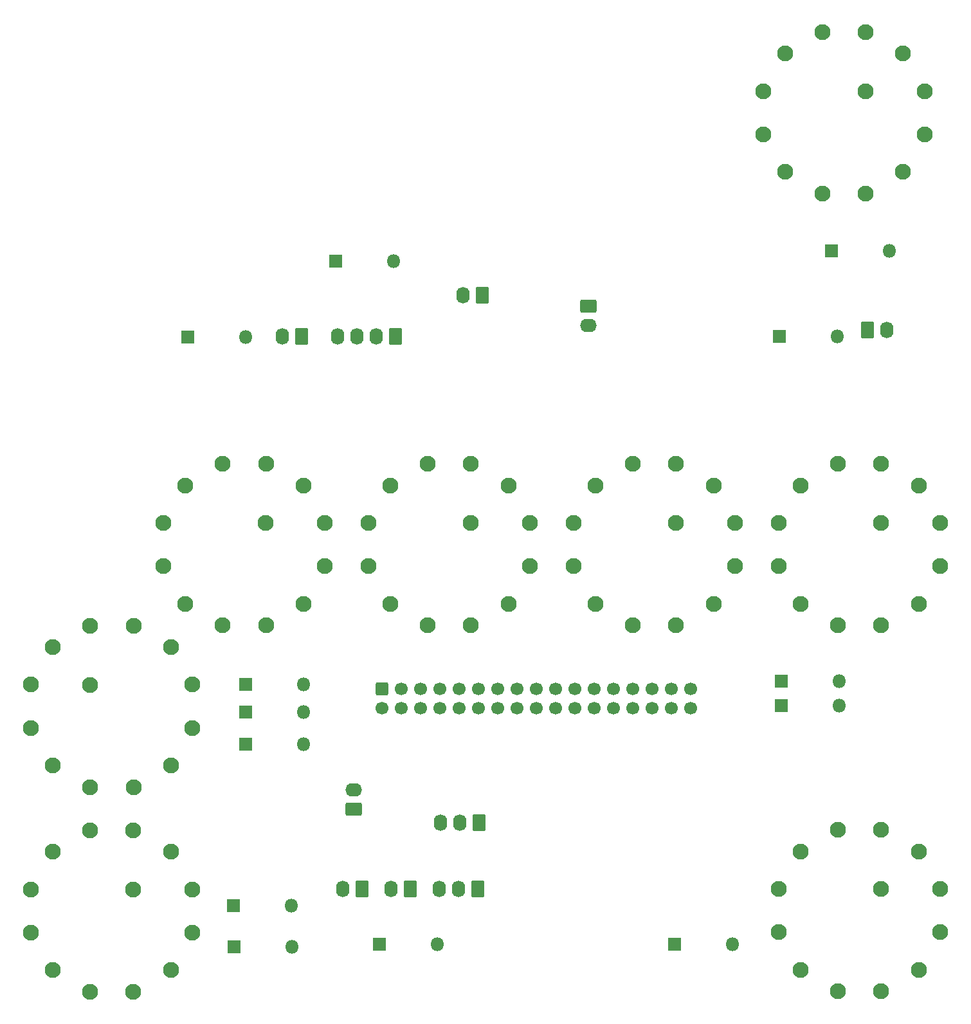
<source format=gbr>
%TF.GenerationSoftware,KiCad,Pcbnew,8.0.2-1*%
%TF.CreationDate,2024-08-10T18:42:26+10:00*%
%TF.ProjectId,UHF-ROTARIES,5548462d-524f-4544-9152-4945532e6b69,rev?*%
%TF.SameCoordinates,Original*%
%TF.FileFunction,Soldermask,Bot*%
%TF.FilePolarity,Negative*%
%FSLAX46Y46*%
G04 Gerber Fmt 4.6, Leading zero omitted, Abs format (unit mm)*
G04 Created by KiCad (PCBNEW 8.0.2-1) date 2024-08-10 18:42:26*
%MOMM*%
%LPD*%
G01*
G04 APERTURE LIST*
G04 Aperture macros list*
%AMRoundRect*
0 Rectangle with rounded corners*
0 $1 Rounding radius*
0 $2 $3 $4 $5 $6 $7 $8 $9 X,Y pos of 4 corners*
0 Add a 4 corners polygon primitive as box body*
4,1,4,$2,$3,$4,$5,$6,$7,$8,$9,$2,$3,0*
0 Add four circle primitives for the rounded corners*
1,1,$1+$1,$2,$3*
1,1,$1+$1,$4,$5*
1,1,$1+$1,$6,$7*
1,1,$1+$1,$8,$9*
0 Add four rect primitives between the rounded corners*
20,1,$1+$1,$2,$3,$4,$5,0*
20,1,$1+$1,$4,$5,$6,$7,0*
20,1,$1+$1,$6,$7,$8,$9,0*
20,1,$1+$1,$8,$9,$2,$3,0*%
G04 Aperture macros list end*
%ADD10C,2.100000*%
%ADD11R,1.800000X1.800000*%
%ADD12O,1.800000X1.800000*%
%ADD13RoundRect,0.250000X-0.620000X-0.845000X0.620000X-0.845000X0.620000X0.845000X-0.620000X0.845000X0*%
%ADD14O,1.740000X2.190000*%
%ADD15RoundRect,0.250000X0.620000X0.845000X-0.620000X0.845000X-0.620000X-0.845000X0.620000X-0.845000X0*%
%ADD16RoundRect,0.250000X-0.845000X0.620000X-0.845000X-0.620000X0.845000X-0.620000X0.845000X0.620000X0*%
%ADD17O,2.190000X1.740000*%
%ADD18RoundRect,0.250000X0.845000X-0.620000X0.845000X0.620000X-0.845000X0.620000X-0.845000X-0.620000X0*%
%ADD19RoundRect,0.250000X-0.600000X0.600000X-0.600000X-0.600000X0.600000X-0.600000X0.600000X0.600000X0*%
%ADD20C,1.700000*%
G04 APERTURE END LIST*
D10*
%TO.C,SW9*%
X107472000Y17778000D03*
X112403000Y14931000D03*
X115250000Y10000000D03*
X115250000Y4306000D03*
X112403000Y-625000D03*
X107472000Y-3472000D03*
X101778000Y-3472000D03*
X96847000Y-625000D03*
X94000000Y4306000D03*
X94000000Y10000000D03*
X96847000Y14931000D03*
X101778000Y17778000D03*
X107453000Y9981000D03*
%TD*%
%TO.C,J10*%
X134472000Y-30397000D03*
X139403001Y-33244000D03*
X142250001Y-38174999D03*
X142250000Y-43869000D03*
X139403001Y-48800000D03*
X134472000Y-51647000D03*
X128778000Y-51647000D03*
X123847000Y-48800001D03*
X121000000Y-43869000D03*
X121000000Y-38175000D03*
X123846999Y-33244000D03*
X128778000Y-30397000D03*
X134453000Y-38193999D03*
%TD*%
%TO.C,SW2*%
X80472000Y17778000D03*
X85403000Y14931000D03*
X88250000Y10000000D03*
X88250000Y4306000D03*
X85403000Y-625000D03*
X80472000Y-3472000D03*
X74778000Y-3472000D03*
X69847000Y-625000D03*
X67000000Y4306000D03*
X67000000Y10000000D03*
X69847000Y14931000D03*
X74778000Y17778000D03*
X80453000Y9981000D03*
%TD*%
%TO.C,J9*%
X36022000Y-30428000D03*
X40953000Y-33275000D03*
X43800000Y-38206000D03*
X43800000Y-43900000D03*
X40953000Y-48831000D03*
X36022000Y-51678000D03*
X30328000Y-51678000D03*
X25397000Y-48831000D03*
X22550000Y-43900000D03*
X22550000Y-38206000D03*
X25397000Y-33275000D03*
X30328000Y-30428000D03*
X36003000Y-38225000D03*
%TD*%
%TO.C,SW5*%
X22553000Y-11275000D03*
X25400000Y-6344000D03*
X30331000Y-3497000D03*
X36025000Y-3497000D03*
X40956000Y-6344000D03*
X43803000Y-11275000D03*
X43803000Y-16969000D03*
X40956000Y-21900000D03*
X36025000Y-24747000D03*
X30331000Y-24747000D03*
X25400000Y-21900000D03*
X22553000Y-16969000D03*
X30350000Y-11294000D03*
%TD*%
%TO.C,SW3*%
X134472000Y17778000D03*
X139403000Y14931000D03*
X142250000Y10000000D03*
X142250000Y4306000D03*
X139403000Y-625000D03*
X134472000Y-3472000D03*
X128778000Y-3472000D03*
X123847000Y-625000D03*
X121000000Y4306000D03*
X121000000Y10000000D03*
X123847000Y14931000D03*
X128778000Y17778000D03*
X134453000Y9981000D03*
%TD*%
%TO.C,SW1*%
X53472000Y17778000D03*
X58403000Y14931000D03*
X61250000Y10000000D03*
X61250000Y4306000D03*
X58403000Y-625000D03*
X53472000Y-3472000D03*
X47778000Y-3472000D03*
X42847000Y-625000D03*
X40000000Y4306000D03*
X40000000Y10000000D03*
X42847000Y14931000D03*
X47778000Y17778000D03*
X53453000Y9981000D03*
%TD*%
%TO.C,SW4*%
X132425000Y74647000D03*
X137356000Y71800000D03*
X140203000Y66869000D03*
X140203000Y61175000D03*
X137356000Y56244000D03*
X132425000Y53397000D03*
X126731000Y53397000D03*
X121800000Y56244000D03*
X118953000Y61175000D03*
X118953000Y66869000D03*
X121800000Y71800000D03*
X126731000Y74647000D03*
X132406000Y66850000D03*
%TD*%
D11*
%TO.C,D13*%
X62680000Y44450000D03*
D12*
X70300000Y44450000D03*
%TD*%
D13*
%TO.C,SW7*%
X132700000Y35400000D03*
D14*
X135240000Y35400000D03*
%TD*%
D11*
%TO.C,D6*%
X50790000Y-19150000D03*
D12*
X58410000Y-19150000D03*
%TD*%
D15*
%TO.C,RV1*%
X81400000Y-38200000D03*
D14*
X78860000Y-38200000D03*
X76320000Y-38200000D03*
%TD*%
D16*
%TO.C,J2*%
X95920000Y38520000D03*
D17*
X95920000Y35980000D03*
%TD*%
D11*
%TO.C,D4*%
X121040000Y34550000D03*
D12*
X128660000Y34550000D03*
%TD*%
D11*
%TO.C,D7*%
X50790000Y-14900000D03*
D12*
X58410000Y-14900000D03*
%TD*%
D11*
%TO.C,D9*%
X127890000Y45800000D03*
D12*
X135510000Y45800000D03*
%TD*%
D11*
%TO.C,D12*%
X49230000Y-40400000D03*
D12*
X56850000Y-40400000D03*
%TD*%
D15*
%TO.C,SW8*%
X81500000Y-29400000D03*
D14*
X78960000Y-29400000D03*
X76420000Y-29400000D03*
%TD*%
D15*
%TO.C,SW12*%
X81920000Y40030000D03*
D14*
X79380000Y40030000D03*
%TD*%
D15*
%TO.C,SW10*%
X66100000Y-38200000D03*
D14*
X63560000Y-38200000D03*
%TD*%
D15*
%TO.C,SW13*%
X72440000Y-38200000D03*
D14*
X69900000Y-38200000D03*
%TD*%
D15*
%TO.C,J3*%
X70500000Y34600000D03*
D14*
X67960000Y34600000D03*
X65420000Y34600000D03*
X62880000Y34600000D03*
%TD*%
D11*
%TO.C,D2*%
X107290000Y-45450000D03*
D12*
X114910000Y-45450000D03*
%TD*%
D18*
%TO.C,J4*%
X65030000Y-27685000D03*
D17*
X65030000Y-25145000D03*
%TD*%
D11*
%TO.C,D8*%
X121320000Y-14000000D03*
D12*
X128940000Y-14000000D03*
%TD*%
D11*
%TO.C,D1*%
X49240000Y-45750000D03*
D12*
X56860000Y-45750000D03*
%TD*%
D11*
%TO.C,D5*%
X50800000Y-11250000D03*
D12*
X58420000Y-11250000D03*
%TD*%
D11*
%TO.C,D10*%
X121320000Y-10800000D03*
D12*
X128940000Y-10800000D03*
%TD*%
D11*
%TO.C,D3*%
X43200000Y34500000D03*
D12*
X50820000Y34500000D03*
%TD*%
D11*
%TO.C,D11*%
X68390000Y-45400000D03*
D12*
X76010000Y-45400000D03*
%TD*%
D19*
%TO.C,J1*%
X68760000Y-11800000D03*
D20*
X68760000Y-14340000D03*
X71300000Y-11800000D03*
X71300000Y-14340000D03*
X73840000Y-11800000D03*
X73840000Y-14340000D03*
X76380000Y-11800000D03*
X76380000Y-14340000D03*
X78920000Y-11800000D03*
X78920000Y-14340000D03*
X81460000Y-11800000D03*
X81460000Y-14340000D03*
X84000000Y-11800000D03*
X84000000Y-14340000D03*
X86540000Y-11800000D03*
X86540000Y-14340000D03*
X89080000Y-11800000D03*
X89080000Y-14340000D03*
X91620000Y-11800000D03*
X91620000Y-14340000D03*
X94160000Y-11800000D03*
X94160000Y-14340000D03*
X96700000Y-11800000D03*
X96700000Y-14340000D03*
X99240000Y-11800000D03*
X99240000Y-14340000D03*
X101780000Y-11800000D03*
X101780000Y-14340000D03*
X104320000Y-11800000D03*
X104320000Y-14340000D03*
X106860000Y-11800000D03*
X106860000Y-14340000D03*
X109400000Y-11800000D03*
X109400000Y-14340000D03*
%TD*%
D15*
%TO.C,SW6*%
X58180000Y34600000D03*
D14*
X55640000Y34600000D03*
%TD*%
M02*

</source>
